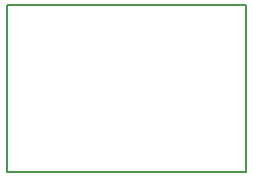
<source format=gko>
G04*
G04 #@! TF.GenerationSoftware,Altium Limited,Altium Designer,20.0.13 (296)*
G04*
G04 Layer_Color=16711935*
%FSLAX44Y44*%
%MOMM*%
G71*
G01*
G75*
%ADD14C,0.1500*%
D14*
X929203Y596900D02*
Y737870D01*
Y596900D02*
X1131570D01*
Y737870D01*
X929203Y737870D02*
X1131570Y737870D01*
M02*

</source>
